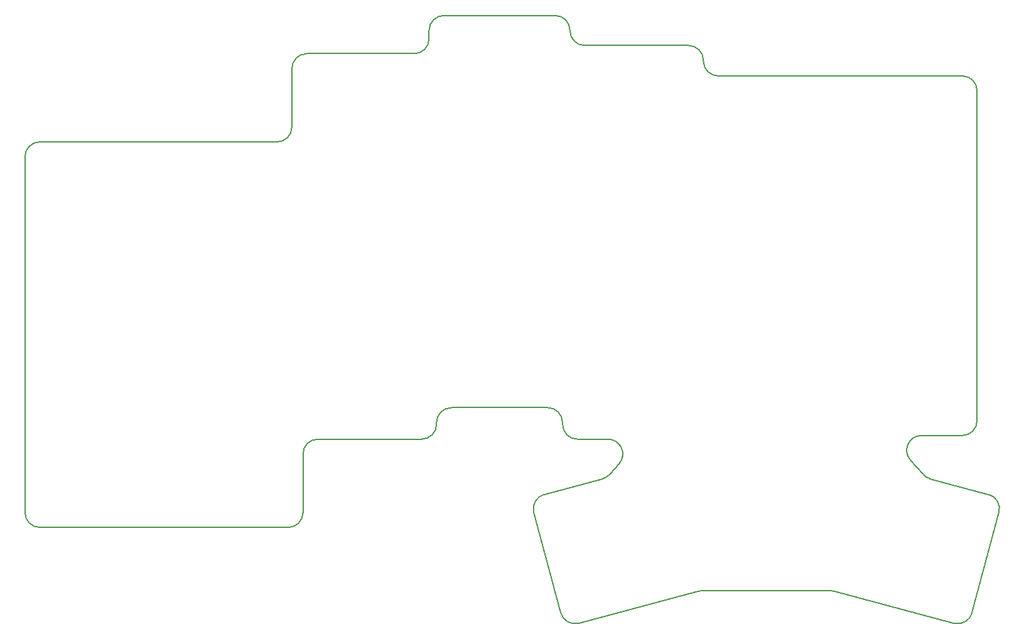
<source format=gbr>
%TF.GenerationSoftware,KiCad,Pcbnew,(6.0.4)*%
%TF.CreationDate,2022-07-15T23:35:53-07:00*%
%TF.ProjectId,danns87_corne_custom,64616e6e-7338-4375-9f63-6f726e655f63,v1.0.0*%
%TF.SameCoordinates,Original*%
%TF.FileFunction,Profile,NP*%
%FSLAX46Y46*%
G04 Gerber Fmt 4.6, Leading zero omitted, Abs format (unit mm)*
G04 Created by KiCad (PCBNEW (6.0.4)) date 2022-07-15 23:35:53*
%MOMM*%
%LPD*%
G01*
G04 APERTURE LIST*
%TA.AperFunction,Profile*%
%ADD10C,0.150000*%
%TD*%
G04 APERTURE END LIST*
D10*
X99500000Y54000000D02*
X99500000Y53900000D01*
X47500000Y2900000D02*
X61500000Y2900000D01*
X99315796Y-17541254D02*
G75*
G03*
X98798158Y-17609405I4J-1999946D01*
G01*
X42000000Y43000000D02*
G75*
G03*
X44000000Y45000000I0J2000000D01*
G01*
X60500000Y54900000D02*
G75*
G03*
X62500000Y56900000I0J2000000D01*
G01*
X135727484Y-20509930D02*
X139350951Y-6986969D01*
X62500000Y56900000D02*
X62500000Y58050000D01*
X85909115Y-2428035D02*
G75*
G03*
X86890967Y-1819646I-517615J1931835D01*
G01*
X43500000Y-9000000D02*
G75*
G03*
X45500000Y-7000000I0J2000000D01*
G01*
X45500000Y-7000000D02*
X45500000Y900000D01*
X117175170Y-17609413D02*
G75*
G03*
X116657534Y-17541258I-517670J-1931887D01*
G01*
X128913700Y3400000D02*
G75*
G03*
X127412876Y78060I0J-2000000D01*
G01*
X82500000Y2900000D02*
X86623764Y2900000D01*
X134400000Y3400000D02*
G75*
G03*
X136400000Y5400000I0J2000000D01*
G01*
X101500000Y51900000D02*
X134400000Y51900000D01*
X81500000Y58000000D02*
G75*
G03*
X83500000Y56000000I2000000J0D01*
G01*
X128913700Y3400000D02*
X134400000Y3400000D01*
X64500000Y60050000D02*
G75*
G03*
X62500000Y58050000I0J-2000000D01*
G01*
X47500000Y2900000D02*
G75*
G03*
X45500000Y900000I0J-2000000D01*
G01*
X61500000Y2900000D02*
G75*
G03*
X63500000Y4900000I0J2000000D01*
G01*
X80500000Y4900000D02*
G75*
G03*
X82500000Y2900000I2000000J0D01*
G01*
X81500000Y58050000D02*
X81500000Y58000000D01*
X65500000Y7150000D02*
X78500000Y7150000D01*
X44000000Y45000000D02*
X44000000Y52900000D01*
X99500000Y54000000D02*
G75*
G03*
X97500000Y56000000I-2000000J0D01*
G01*
X139350915Y-6986959D02*
G75*
G03*
X137936737Y-4537479I-1931815J517659D01*
G01*
X10000000Y43000000D02*
G75*
G03*
X8000000Y41000000I0J-2000000D01*
G01*
X83500000Y56000000D02*
X97500000Y56000000D01*
X78036593Y-4537479D02*
X85909117Y-2428042D01*
X80500000Y4900000D02*
X80500000Y5150000D01*
X64500000Y60050000D02*
X79500000Y60050000D01*
X81500000Y58050000D02*
G75*
G03*
X79500000Y60050000I-2000000J0D01*
G01*
X88123272Y-423474D02*
G75*
G03*
X86623764Y2900000I-1499472J1323474D01*
G01*
X10000000Y-9000000D02*
X43500000Y-9000000D01*
X133277983Y-21924188D02*
G75*
G03*
X135727485Y-20509930I517617J1931888D01*
G01*
X46000000Y54900000D02*
X60500000Y54900000D01*
X99315796Y-17541257D02*
X116657534Y-17541257D01*
X99500000Y53900000D02*
G75*
G03*
X101500000Y51900000I2000000J0D01*
G01*
X117175172Y-17609405D02*
X133277994Y-21924144D01*
X8000000Y-7000000D02*
G75*
G03*
X10000000Y-9000000I2000000J0D01*
G01*
X63500000Y5150000D02*
X63500000Y4900000D01*
X129083685Y-1818843D02*
X127412875Y78060D01*
X82695335Y-21924144D02*
X98798158Y-17609405D01*
X80500000Y5150000D02*
G75*
G03*
X78500000Y7150000I-2000000J0D01*
G01*
X88123252Y-423456D02*
X86890967Y-1819647D01*
X76622379Y-6986969D02*
X80245846Y-20509930D01*
X129083681Y-1818846D02*
G75*
G03*
X130066871Y-2428754I1500819J1321946D01*
G01*
X65500000Y7150000D02*
G75*
G03*
X63500000Y5150000I0J-2000000D01*
G01*
X8000000Y-7000000D02*
X8000000Y41000000D01*
X80245855Y-20509928D02*
G75*
G03*
X82695335Y-21924143I1931845J517628D01*
G01*
X10000000Y43000000D02*
X42000000Y43000000D01*
X130066871Y-2428755D02*
X137936737Y-4537479D01*
X46000000Y54900000D02*
G75*
G03*
X44000000Y52900000I0J-2000000D01*
G01*
X78036589Y-4537464D02*
G75*
G03*
X76622379Y-6986969I517611J-1931836D01*
G01*
X136400000Y5400000D02*
X136400000Y49900000D01*
X136400000Y49900000D02*
G75*
G03*
X134400000Y51900000I-2000000J0D01*
G01*
M02*

</source>
